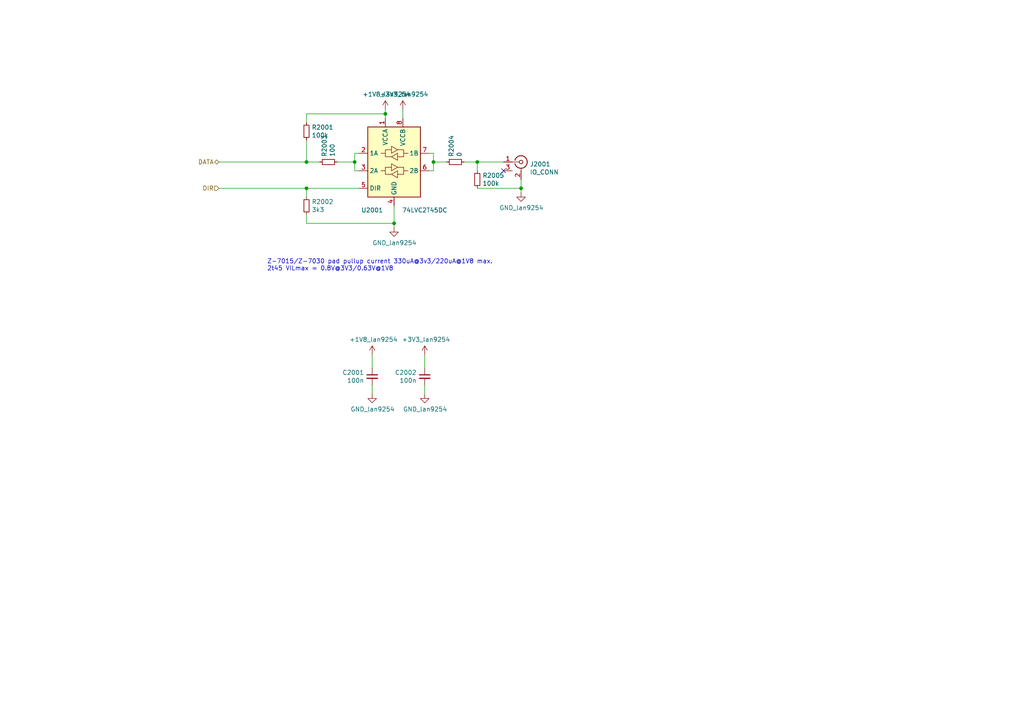
<source format=kicad_sch>
(kicad_sch (version 20230121) (generator eeschema)
  (paper "A4")
  (lib_symbols
    (symbol "Connector:Conn_Coaxial" (pin_names (offset 1.016) hide)
      (property "Reference" "J2001" (at 2.54 -0.635 0))
      (property "Value" "IO_CONN" (at 2.54 -2.9464 0))
      (symbol "Conn_Coaxial_0_1"
        (arc (start -1.778 -0.508) (mid 0.222 -1.808) (end 1.778 0) (stroke (width 0.254)))
        (polyline (pts (xy -2.54 0) (xy -0.508 0)))
        (polyline (pts (xy 0 -2.54) (xy 0 -1.778)))
        (circle (center 0 0) (radius 0.508) (stroke (width 0.2032)))
        (arc (start 1.778 0) (mid 0.222 1.8083) (end -1.778 0.508) (stroke (width 0.254)))
      )
      (symbol "Conn_Coaxial_1_1"
        (pin passive line (at -5.08 0 0) (length 2.54) (name "In") (number "1"))
        (pin passive line (at 0 -5.08 90) (length 2.54) (name "Ext") (number "2"))
        (pin passive line (at -5.08 -2.54 0) (length 2.54) (name "Ext") (number "3"))
      )
    )
    (symbol "Device:C_Small" (pin_numbers hide) (pin_names (offset 0.254) hide)
      (property "Reference" "C" (at 0.254 1.778 0))
      (property "Value" "C_Small" (at 0.254 -2.032 0))
      (symbol "C_Small_0_1"
        (polyline (pts (xy -1.524 -0.508) (xy 1.524 -0.508)) (stroke (width 0.3302)))
        (polyline (pts (xy -1.524 0.508) (xy 1.524 0.508)) (stroke (width 0.3048)))
      )
      (symbol "C_Small_1_1"
        (pin passive line (at 0 2.54 270) (length 2.032) (name "~") (number "1"))
        (pin passive line (at 0 -2.54 90) (length 2.032) (name "~") (number "2"))
      )
    )
    (symbol "Device:R_Small" (pin_numbers hide) (pin_names (offset 0.254) hide)
      (property "Reference" "R" (at 0.762 0.508 0))
      (property "Value" "R_Small" (at 0.762 -1.016 0))
      (symbol "R_Small_0_1"
        (rectangle (start -0.762 1.778) (end 0.762 -1.778) (stroke (width 0.2032)))
      )
      (symbol "R_Small_1_1"
        (pin passive line (at 0 2.54 270) (length 0.762) (name "~") (number "1"))
        (pin passive line (at 0 -2.54 90) (length 0.762) (name "~") (number "2"))
      )
    )
    (symbol "Logic_LevelTranslator:74LVC2T45DC"
      (property "Reference" "U" (at 6.35 -11.43 0))
      (property "Value" "74LVC2T45DC" (at 10.16 11.43 0))
      (symbol "74LVC2T45DC_1_1"
        (rectangle (start -7.62 10.16) (end 7.62 -10.16) (stroke (width 0.254)) (fill (type background)))
        (polyline (pts (xy -2.54 -2.54) (xy -2.54 -1.524) (xy -0.762 -1.524)))
        (polyline (pts (xy -2.54 2.54) (xy -2.54 3.556) (xy -0.762 3.556)))
        (polyline (pts (xy 2.794 -2.54) (xy 2.794 -3.556) (xy 1.016 -3.556)))
        (polyline (pts (xy 2.794 2.54) (xy 2.794 1.524) (xy 1.016 1.524)))
        (polyline (pts (xy -0.762 -3.556) (xy -2.54 -3.556) (xy -2.54 -2.54) (xy -3.81 -2.54)))
        (polyline (pts (xy -0.762 -2.54) (xy -0.762 -0.508) (xy 1.016 -1.524) (xy -0.762 -2.54)))
        (polyline (pts (xy -0.762 1.524) (xy -2.54 1.524) (xy -2.54 2.54) (xy -3.81 2.54)))
        (polyline (pts (xy -0.762 2.54) (xy -0.762 4.572) (xy 1.016 3.556) (xy -0.762 2.54)))
        (polyline (pts (xy 1.016 -1.524) (xy 2.794 -1.524) (xy 2.794 -2.54) (xy 4.064 -2.54)))
        (polyline (pts (xy 1.016 3.556) (xy 2.794 3.556) (xy 2.794 2.54) (xy 4.064 2.54)))
        (polyline (pts (xy 1.016 -2.54) (xy 1.016 -4.318) (xy 1.016 -4.572) (xy -0.762 -3.556) (xy 1.016 -2.54)))
        (polyline (pts (xy 1.016 2.54) (xy 1.016 0.762) (xy 1.016 0.508) (xy -0.762 1.524) (xy 1.016 2.54)))
        (pin power_in line (at -2.54 12.7 270) (length 2.54) (name "VCCA") (number "1"))
        (pin bidirectional line (at -10.16 2.54 0) (length 2.54) (name "1A") (number "2"))
        (pin bidirectional line (at -10.16 -2.54 0) (length 2.54) (name "2A") (number "3"))
        (pin power_in line (at 0 -12.7 90) (length 2.54) (name "GND") (number "4"))
        (pin input line (at -10.16 -7.62 0) (length 2.54) (name "DIR") (number "5"))
        (pin bidirectional line (at 10.16 -2.54 180) (length 2.54) (name "2B") (number "6"))
        (pin bidirectional line (at 10.16 2.54 180) (length 2.54) (name "1B") (number "7"))
        (pin power_in line (at 2.54 12.7 270) (length 2.54) (name "VCCB") (number "8"))
      )
    )
    (symbol "lan9254_project:+1V8" (power) (pin_names (offset 0))
      (property "Value" "+1V8" (at 0 3.556 0))
      (symbol "+1V8_0_1"
        (polyline (pts (xy -0.762 1.27) (xy 0 2.54)))
        (polyline (pts (xy 0 0) (xy 0 2.54)))
        (polyline (pts (xy 0 2.54) (xy 0.762 1.27)))
      )
      (symbol "+1V8_1_1"
        (pin power_in line (at 0 0 90) (length 0) hide (name "+1V8_lan9254") (number "1"))
      )
    )
    (symbol "lan9254_project:+3V3" (power) (pin_names (offset 0))
      (property "Value" "+3V3" (at 0 3.556 0))
      (symbol "+3V3_0_1"
        (polyline (pts (xy -0.762 1.27) (xy 0 2.54)))
        (polyline (pts (xy 0 0) (xy 0 2.54)))
        (polyline (pts (xy 0 2.54) (xy 0.762 1.27)))
      )
      (symbol "+3V3_1_1"
        (pin power_in line (at 0 0 90) (length 0) hide (name "+3V3_lan9254") (number "1"))
      )
    )
    (symbol "lan9254_project:GND" (power) (pin_names (offset 0))
      (property "Value" "GND" (at 0 -3.81 0))
      (symbol "GND_0_1"
        (polyline (pts (xy 0 0) (xy 0 -1.27) (xy 1.27 -1.27) (xy 0 -2.54) (xy -1.27 -1.27) (xy 0 -1.27)))
      )
      (symbol "GND_1_1"
        (pin power_in line (at 0 0 270) (length 0) hide (name "GND_lan9254") (number "1"))
      )
    )
  )
  (junction (at 138.43 46.99))
  (junction (at 88.9 46.99))
  (junction (at 114.3 64.77))
  (junction (at 151.13 54.61))
  (junction (at 102.87 46.99))
  (junction (at 125.73 46.99))
  (junction (at 111.76 33.02))
  (junction (at 88.9 54.61))
  (no_connect (at 146.05 49.53))
  (wire (pts (xy 88.9 35.56) (xy 88.9 33.02)))
  (wire (pts (xy 151.13 52.07) (xy 151.13 54.61)))
  (wire (pts (xy 88.9 54.61) (xy 104.14 54.61)))
  (wire (pts (xy 125.73 49.53) (xy 124.46 49.53)))
  (wire (pts (xy 116.84 31.75) (xy 116.84 34.29)))
  (wire (pts (xy 138.43 49.53) (xy 138.43 46.99)))
  (wire (pts (xy 102.87 44.45) (xy 104.14 44.45)))
  (wire (pts (xy 63.5 54.61) (xy 88.9 54.61)))
  (wire (pts (xy 123.19 102.87) (xy 123.19 106.68)))
  (wire (pts (xy 63.5 46.99) (xy 88.9 46.99)))
  (wire (pts (xy 134.62 46.99) (xy 138.43 46.99)))
  (wire (pts (xy 124.46 44.45) (xy 125.73 44.45)))
  (wire (pts (xy 97.79 46.99) (xy 102.87 46.99)))
  (wire (pts (xy 102.87 46.99) (xy 102.87 49.53)))
  (wire (pts (xy 114.3 64.77) (xy 114.3 66.04)))
  (wire (pts (xy 114.3 59.69) (xy 114.3 64.77)))
  (wire (pts (xy 107.95 111.76) (xy 107.95 114.3)))
  (wire (pts (xy 107.95 102.87) (xy 107.95 106.68)))
  (wire (pts (xy 88.9 62.23) (xy 88.9 64.77)))
  (wire (pts (xy 102.87 44.45) (xy 102.87 46.99)))
  (wire (pts (xy 138.43 46.99) (xy 146.05 46.99)))
  (wire (pts (xy 102.87 49.53) (xy 104.14 49.53)))
  (wire (pts (xy 125.73 46.99) (xy 129.54 46.99)))
  (wire (pts (xy 88.9 40.64) (xy 88.9 46.99)))
  (wire (pts (xy 88.9 46.99) (xy 92.71 46.99)))
  (wire (pts (xy 88.9 33.02) (xy 111.76 33.02)))
  (wire (pts (xy 88.9 54.61) (xy 88.9 57.15)))
  (wire (pts (xy 138.43 54.61) (xy 151.13 54.61)))
  (wire (pts (xy 111.76 33.02) (xy 111.76 34.29)))
  (wire (pts (xy 88.9 64.77) (xy 114.3 64.77)))
  (wire (pts (xy 123.19 111.76) (xy 123.19 114.3)))
  (wire (pts (xy 111.76 31.75) (xy 111.76 33.02)))
  (wire (pts (xy 125.73 44.45) (xy 125.73 46.99)))
  (wire (pts (xy 151.13 54.61) (xy 151.13 55.88)))
  (wire (pts (xy 125.73 46.99) (xy 125.73 49.53)))
  (text "Z-7015/Z-7030 pad pullup current 330uA@3v3/220uA@1V8 max.\n2t45 VILmax = 0.8V@3V3/0.63V@1V8" (at 77.47 78.74 0) (effects (font (size 1.27 1.27)) (justify left bottom)))
  (hierarchical_label "DATA" (shape bidirectional) (at 63.5 46.99 180))
  (hierarchical_label "DIR" (shape input) (at 63.5 54.61 180))
  (symbol (lib_id "Logic_LevelTranslator:74LVC2T45DC") (at 114.3 46.99 0) (unit 1)
    (property "Reference" "U2001" (at 107.95 60.96 0))
    (property "Value" "74LVC2T45DC" (at 123.19 60.96 0))
    (property "Footprint" "Package_SO:VSSOP-8_2.3x2mm_P0.5mm" (effects hide))
    (property "Datasheet" "https://assets.nexperia.com/documents/data-sheet/74LVC_LVCH2T45.pdf" (effects hide))
  )
  (symbol (lib_id "Device:R_Small") (at 88.9 59.69 0) (unit 1)
    (property "Reference" "R2002" (at 90.3986 58.5216 0) (effects (justify left)))
    (property "Value" "3k3" (at 90.3986 60.833 0) (effects (justify left)))
    (property "Footprint" "Resistor_SMD:R_0603_1608Metric" (effects hide))
  )
  (symbol (lib_id "Device:R_Small") (at 88.9 38.1 0) (unit 1)
    (property "Reference" "R2001" (at 90.3986 36.9316 0) (effects (justify left)))
    (property "Value" "100k" (at 90.3986 39.243 0) (effects (justify left)))
    (property "Footprint" "Resistor_SMD:R_0603_1608Metric" (effects hide))
  )
  (symbol (lib_id "Connector:Conn_Coaxial") (at 151.13 46.99 0) (unit 1)
    (property "Reference" "J2001" (at 153.67 47.625 0) (effects (justify left)))
    (property "Value" "IO_CONN" (at 153.67 49.9364 0) (effects (justify left)))
    (property "Footprint" "proj_footprints:LEMO+SMA" (effects hide))
    (property "Datasheet" " ~" (effects hide))
    (property "Manufacturer" "LEMO" (effects hide))
  )
  (symbol (lib_id "lan9254_project:GND") (at 151.13 55.88 0) (unit 1)
    (property "Reference" "#PWR0223" (effects hide))
    (property "Value" "GND" (at 151.257 60.2742 0))
  )
  (symbol (lib_id "Device:R_Small") (at 138.43 52.07 0) (unit 1)
    (property "Reference" "R2005" (at 139.9286 50.9016 0) (effects (justify left)))
    (property "Value" "100k" (at 139.9286 53.213 0) (effects (justify left)))
    (property "Footprint" "Resistor_SMD:R_0603_1608Metric" (effects hide))
  )
  (symbol (lib_id "lan9254_project:+1V8") (at 111.76 31.75 0) (unit 1)
    (property "Reference" "#PWR0224" (effects hide))
    (property "Value" "+1V8" (at 112.141 27.3558 0))
  )
  (symbol (lib_id "lan9254_project:GND") (at 114.3 66.04 0) (unit 1)
    (property "Reference" "#PWR0220" (effects hide))
    (property "Value" "GND" (at 114.427 70.4342 0))
  )
  (symbol (lib_id "lan9254_project:+3V3") (at 116.84 31.75 0) (unit 1)
    (property "Reference" "#PWR0225" (effects hide))
    (property "Value" "+3V3" (at 117.221 27.3558 0))
  )
  (symbol (lib_id "Device:R_Small") (at 132.08 46.99 90) (unit 1)
    (property "Reference" "R2004" (at 130.9116 45.4914 0) (effects (justify left)))
    (property "Value" "0" (at 133.223 45.4914 0) (effects (justify left)))
    (property "Footprint" "Resistor_SMD:R_0603_1608Metric" (effects hide))
  )
  (symbol (lib_id "Device:R_Small") (at 95.25 46.99 90) (unit 1)
    (property "Reference" "R2003" (at 94.0816 45.4914 0) (effects (justify left)))
    (property "Value" "100" (at 96.393 45.4914 0) (effects (justify left)))
    (property "Footprint" "Resistor_SMD:R_0603_1608Metric" (effects hide))
  )
  (symbol (lib_id "Device:C_Small") (at 107.95 109.22 0) (mirror y) (unit 1)
    (property "Reference" "C2001" (at 105.6132 108.0516 0) (effects (justify left)))
    (property "Value" "100n" (at 105.6132 110.363 0) (effects (justify left)))
    (property "Footprint" "Capacitor_SMD:C_0402_1005Metric" (effects hide))
  )
  (symbol (lib_id "lan9254_project:GND") (at 107.95 114.3 0) (unit 1)
    (property "Reference" "#PWR0221" (effects hide))
    (property "Value" "GND" (at 108.077 118.6942 0))
  )
  (symbol (lib_id "lan9254_project:+1V8") (at 107.95 102.87 0) (unit 1)
    (property "Reference" "#PWR0222" (effects hide))
    (property "Value" "+1V8" (at 108.331 98.4758 0))
  )
  (symbol (lib_id "Device:C_Small") (at 123.19 109.22 0) (mirror y) (unit 1)
    (property "Reference" "C2002" (at 120.8532 108.0516 0) (effects (justify left)))
    (property "Value" "100n" (at 120.8532 110.363 0) (effects (justify left)))
    (property "Footprint" "Capacitor_SMD:C_0402_1005Metric" (effects hide))
  )
  (symbol (lib_id "lan9254_project:GND") (at 123.19 114.3 0) (unit 1)
    (property "Reference" "#PWR0218" (effects hide))
    (property "Value" "GND" (at 123.317 118.6942 0))
  )
  (symbol (lib_id "lan9254_project:+3V3") (at 123.19 102.87 0) (unit 1)
    (property "Reference" "#PWR0219" (effects hide))
    (property "Value" "+3V3" (at 123.571 98.4758 0))
  )
)
</source>
